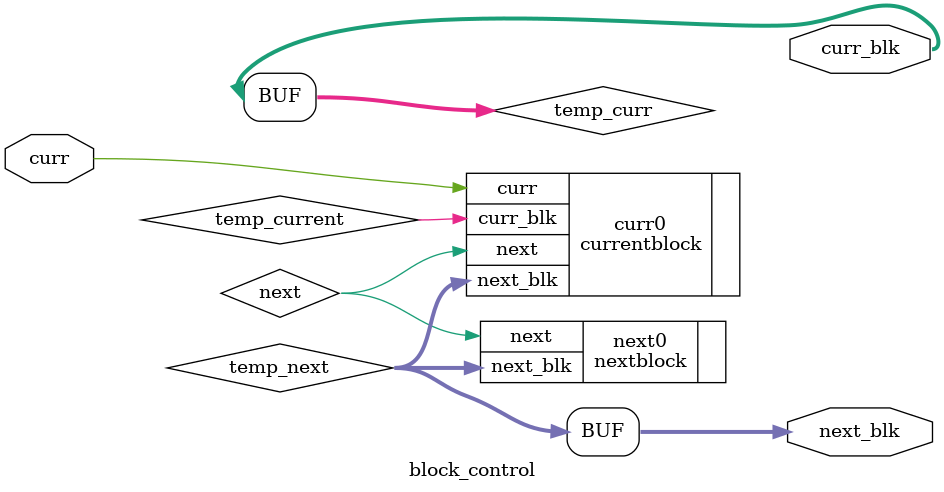
<source format=v>
`timescale 1ns / 1ps


module block_control(input curr, output [2:0] curr_blk, next_blk);

wire next;
wire [2:0] temp_next, temp_curr;
currentblock curr0(.curr(curr), .curr_blk(temp_current), .next_blk(temp_next), .next(next));
nextblock next0(.next(next), .next_blk(temp_next));

assign curr_blk = temp_curr;
assign next_blk = temp_next;
endmodule
</source>
